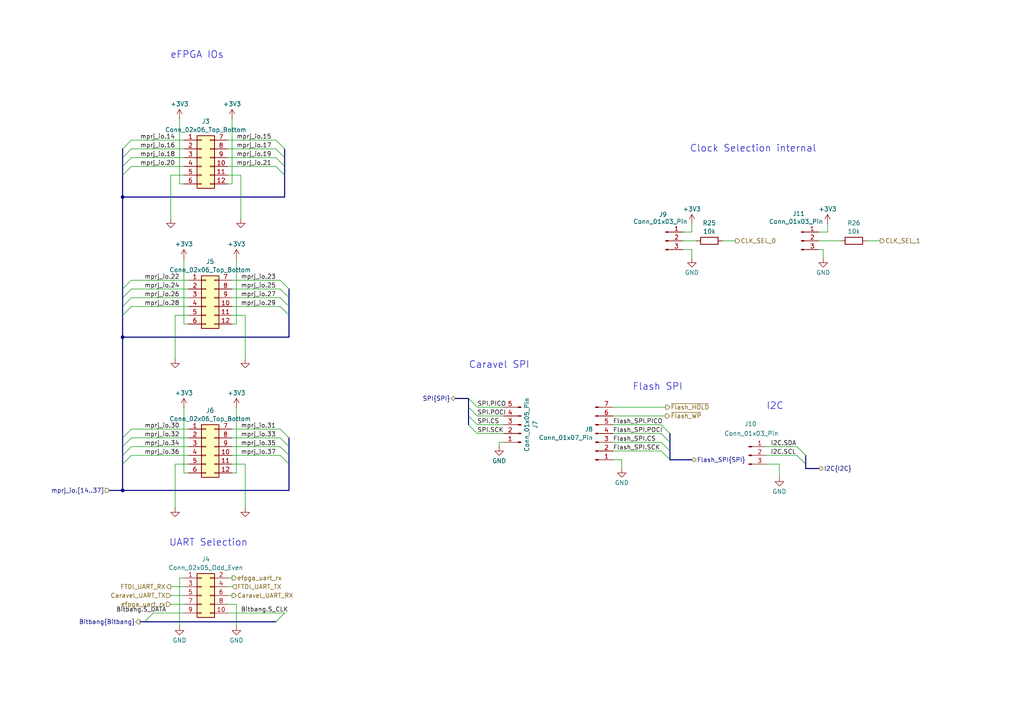
<source format=kicad_sch>
(kicad_sch (version 20231120) (generator "eeschema") (generator_version "8.0")
  (paper "A4")
  (title_block (title "Pin Headers") (date "2024-05-30") (rev "0.2.0"))
  (lib_symbols
    (symbol "Connector:Conn_01x03_Pin" (pin_names (offset 1.016) hide)
      (property "Reference" "J" (at 0 5.08 0))
      (property "Value" "Conn_01x03_Pin" (at 0 -5.08 0))
      (symbol "Conn_01x03_Pin_1_1"
        (polyline (pts (xy 1.27 -2.54) (xy 0.8636 -2.54)) (stroke (width 0.1524)))
        (polyline (pts (xy 1.27 0) (xy 0.8636 0)) (stroke (width 0.1524)))
        (polyline (pts (xy 1.27 2.54) (xy 0.8636 2.54)) (stroke (width 0.1524)))
        (rectangle (start 0.8636 -2.413) (end 0 -2.667) (stroke (width 0.1524)) (fill (type outline)))
        (rectangle (start 0.8636 0.127) (end 0 -0.127) (stroke (width 0.1524)) (fill (type outline)))
        (rectangle (start 0.8636 2.667) (end 0 2.413) (stroke (width 0.1524)) (fill (type outline)))
        (pin passive line (at 5.08 2.54 180) (length 3.81) (name "Pin_1") (number "1"))
        (pin passive line (at 5.08 0 180) (length 3.81) (name "Pin_2") (number "2"))
        (pin passive line (at 5.08 -2.54 180) (length 3.81) (name "Pin_3") (number "3"))
      )
    )
    (symbol "Connector:Conn_01x05_Pin" (pin_names (offset 1.016) hide)
      (property "Reference" "J" (at 0 7.62 0))
      (property "Value" "Conn_01x05_Pin" (at 0 -7.62 0))
      (symbol "Conn_01x05_Pin_1_1"
        (polyline (pts (xy 1.27 -5.08) (xy 0.8636 -5.08)) (stroke (width 0.1524)))
        (polyline (pts (xy 1.27 -2.54) (xy 0.8636 -2.54)) (stroke (width 0.1524)))
        (polyline (pts (xy 1.27 0) (xy 0.8636 0)) (stroke (width 0.1524)))
        (polyline (pts (xy 1.27 2.54) (xy 0.8636 2.54)) (stroke (width 0.1524)))
        (polyline (pts (xy 1.27 5.08) (xy 0.8636 5.08)) (stroke (width 0.1524)))
        (rectangle (start 0.8636 -4.953) (end 0 -5.207) (stroke (width 0.1524)) (fill (type outline)))
        (rectangle (start 0.8636 -2.413) (end 0 -2.667) (stroke (width 0.1524)) (fill (type outline)))
        (rectangle (start 0.8636 0.127) (end 0 -0.127) (stroke (width 0.1524)) (fill (type outline)))
        (rectangle (start 0.8636 2.667) (end 0 2.413) (stroke (width 0.1524)) (fill (type outline)))
        (rectangle (start 0.8636 5.207) (end 0 4.953) (stroke (width 0.1524)) (fill (type outline)))
        (pin passive line (at 5.08 5.08 180) (length 3.81) (name "Pin_1") (number "1"))
        (pin passive line (at 5.08 2.54 180) (length 3.81) (name "Pin_2") (number "2"))
        (pin passive line (at 5.08 0 180) (length 3.81) (name "Pin_3") (number "3"))
        (pin passive line (at 5.08 -2.54 180) (length 3.81) (name "Pin_4") (number "4"))
        (pin passive line (at 5.08 -5.08 180) (length 3.81) (name "Pin_5") (number "5"))
      )
    )
    (symbol "Connector:Conn_01x07_Pin" (pin_names (offset 1.016) hide)
      (property "Reference" "J" (at 0 10.16 0))
      (property "Value" "Conn_01x07_Pin" (at 0 -10.16 0))
      (symbol "Conn_01x07_Pin_1_1"
        (polyline (pts (xy 1.27 -7.62) (xy 0.8636 -7.62)) (stroke (width 0.1524)))
        (polyline (pts (xy 1.27 -5.08) (xy 0.8636 -5.08)) (stroke (width 0.1524)))
        (polyline (pts (xy 1.27 -2.54) (xy 0.8636 -2.54)) (stroke (width 0.1524)))
        (polyline (pts (xy 1.27 0) (xy 0.8636 0)) (stroke (width 0.1524)))
        (polyline (pts (xy 1.27 2.54) (xy 0.8636 2.54)) (stroke (width 0.1524)))
        (polyline (pts (xy 1.27 5.08) (xy 0.8636 5.08)) (stroke (width 0.1524)))
        (polyline (pts (xy 1.27 7.62) (xy 0.8636 7.62)) (stroke (width 0.1524)))
        (rectangle (start 0.8636 -7.493) (end 0 -7.747) (stroke (width 0.1524)) (fill (type outline)))
        (rectangle (start 0.8636 -4.953) (end 0 -5.207) (stroke (width 0.1524)) (fill (type outline)))
        (rectangle (start 0.8636 -2.413) (end 0 -2.667) (stroke (width 0.1524)) (fill (type outline)))
        (rectangle (start 0.8636 0.127) (end 0 -0.127) (stroke (width 0.1524)) (fill (type outline)))
        (rectangle (start 0.8636 2.667) (end 0 2.413) (stroke (width 0.1524)) (fill (type outline)))
        (rectangle (start 0.8636 5.207) (end 0 4.953) (stroke (width 0.1524)) (fill (type outline)))
        (rectangle (start 0.8636 7.747) (end 0 7.493) (stroke (width 0.1524)) (fill (type outline)))
        (pin passive line (at 5.08 7.62 180) (length 3.81) (name "Pin_1") (number "1"))
        (pin passive line (at 5.08 5.08 180) (length 3.81) (name "Pin_2") (number "2"))
        (pin passive line (at 5.08 2.54 180) (length 3.81) (name "Pin_3") (number "3"))
        (pin passive line (at 5.08 0 180) (length 3.81) (name "Pin_4") (number "4"))
        (pin passive line (at 5.08 -2.54 180) (length 3.81) (name "Pin_5") (number "5"))
        (pin passive line (at 5.08 -5.08 180) (length 3.81) (name "Pin_6") (number "6"))
        (pin passive line (at 5.08 -7.62 180) (length 3.81) (name "Pin_7") (number "7"))
      )
    )
    (symbol "Connector_Generic:Conn_02x05_Odd_Even" (pin_names (offset 1.016) hide)
      (property "Reference" "J" (at 1.27 7.62 0))
      (property "Value" "Conn_02x05_Odd_Even" (at 1.27 -7.62 0))
      (symbol "Conn_02x05_Odd_Even_1_1"
        (rectangle (start -1.27 -4.953) (end 0 -5.207) (stroke (width 0.1524)))
        (rectangle (start -1.27 -2.413) (end 0 -2.667) (stroke (width 0.1524)))
        (rectangle (start -1.27 0.127) (end 0 -0.127) (stroke (width 0.1524)))
        (rectangle (start -1.27 2.667) (end 0 2.413) (stroke (width 0.1524)))
        (rectangle (start -1.27 5.207) (end 0 4.953) (stroke (width 0.1524)))
        (rectangle (start -1.27 6.35) (end 3.81 -6.35) (stroke (width 0.254)) (fill (type background)))
        (rectangle (start 3.81 -4.953) (end 2.54 -5.207) (stroke (width 0.1524)))
        (rectangle (start 3.81 -2.413) (end 2.54 -2.667) (stroke (width 0.1524)))
        (rectangle (start 3.81 0.127) (end 2.54 -0.127) (stroke (width 0.1524)))
        (rectangle (start 3.81 2.667) (end 2.54 2.413) (stroke (width 0.1524)))
        (rectangle (start 3.81 5.207) (end 2.54 4.953) (stroke (width 0.1524)))
        (pin passive line (at -5.08 5.08 0) (length 3.81) (name "Pin_1") (number "1"))
        (pin passive line (at 7.62 -5.08 180) (length 3.81) (name "Pin_10") (number "10"))
        (pin passive line (at 7.62 5.08 180) (length 3.81) (name "Pin_2") (number "2"))
        (pin passive line (at -5.08 2.54 0) (length 3.81) (name "Pin_3") (number "3"))
        (pin passive line (at 7.62 2.54 180) (length 3.81) (name "Pin_4") (number "4"))
        (pin passive line (at -5.08 0 0) (length 3.81) (name "Pin_5") (number "5"))
        (pin passive line (at 7.62 0 180) (length 3.81) (name "Pin_6") (number "6"))
        (pin passive line (at -5.08 -2.54 0) (length 3.81) (name "Pin_7") (number "7"))
        (pin passive line (at 7.62 -2.54 180) (length 3.81) (name "Pin_8") (number "8"))
        (pin passive line (at -5.08 -5.08 0) (length 3.81) (name "Pin_9") (number "9"))
      )
    )
    (symbol "Connector_Generic:Conn_02x06_Top_Bottom" (pin_names (offset 1.016) hide)
      (property "Reference" "J" (at 1.27 7.62 0))
      (property "Value" "Conn_02x06_Top_Bottom" (at 1.27 -10.16 0))
      (symbol "Conn_02x06_Top_Bottom_1_1"
        (rectangle (start -1.27 -7.493) (end 0 -7.747) (stroke (width 0.1524)))
        (rectangle (start -1.27 -4.953) (end 0 -5.207) (stroke (width 0.1524)))
        (rectangle (start -1.27 -2.413) (end 0 -2.667) (stroke (width 0.1524)))
        (rectangle (start -1.27 0.127) (end 0 -0.127) (stroke (width 0.1524)))
        (rectangle (start -1.27 2.667) (end 0 2.413) (stroke (width 0.1524)))
        (rectangle (start -1.27 5.207) (end 0 4.953) (stroke (width 0.1524)))
        (rectangle (start -1.27 6.35) (end 3.81 -8.89) (stroke (width 0.254)) (fill (type background)))
        (rectangle (start 3.81 -7.493) (end 2.54 -7.747) (stroke (width 0.1524)))
        (rectangle (start 3.81 -4.953) (end 2.54 -5.207) (stroke (width 0.1524)))
        (rectangle (start 3.81 -2.413) (end 2.54 -2.667) (stroke (width 0.1524)))
        (rectangle (start 3.81 0.127) (end 2.54 -0.127) (stroke (width 0.1524)))
        (rectangle (start 3.81 2.667) (end 2.54 2.413) (stroke (width 0.1524)))
        (rectangle (start 3.81 5.207) (end 2.54 4.953) (stroke (width 0.1524)))
        (pin passive line (at -5.08 5.08 0) (length 3.81) (name "Pin_1") (number "1"))
        (pin passive line (at 7.62 -2.54 180) (length 3.81) (name "Pin_10") (number "10"))
        (pin passive line (at 7.62 -5.08 180) (length 3.81) (name "Pin_11") (number "11"))
        (pin passive line (at 7.62 -7.62 180) (length 3.81) (name "Pin_12") (number "12"))
        (pin passive line (at -5.08 2.54 0) (length 3.81) (name "Pin_2") (number "2"))
        (pin passive line (at -5.08 0 0) (length 3.81) (name "Pin_3") (number "3"))
        (pin passive line (at -5.08 -2.54 0) (length 3.81) (name "Pin_4") (number "4"))
        (pin passive line (at -5.08 -5.08 0) (length 3.81) (name "Pin_5") (number "5"))
        (pin passive line (at -5.08 -7.62 0) (length 3.81) (name "Pin_6") (number "6"))
        (pin passive line (at 7.62 5.08 180) (length 3.81) (name "Pin_7") (number "7"))
        (pin passive line (at 7.62 2.54 180) (length 3.81) (name "Pin_8") (number "8"))
        (pin passive line (at 7.62 0 180) (length 3.81) (name "Pin_9") (number "9"))
      )
    )
    (symbol "Device:R" (pin_numbers hide) (pin_names (offset 0))
      (property "Reference" "R" (at 2.032 0 90))
      (property "Value" "R" (at 0 0 90))
      (symbol "R_0_1"
        (rectangle (start -1.016 -2.54) (end 1.016 2.54) (stroke (width 0.254)))
      )
      (symbol "R_1_1"
        (pin passive line (at 0 3.81 270) (length 1.27) (name "~") (number "1"))
        (pin passive line (at 0 -3.81 90) (length 1.27) (name "~") (number "2"))
      )
    )
    (symbol "power:+3V3" (power) (pin_numbers hide) (pin_names (offset 0) hide)
      (property "Value" "+3V3" (at 0 3.556 0))
      (symbol "+3V3_0_1"
        (polyline (pts (xy -0.762 1.27) (xy 0 2.54)))
        (polyline (pts (xy 0 0) (xy 0 2.54)))
        (polyline (pts (xy 0 2.54) (xy 0.762 1.27)))
      )
      (symbol "+3V3_1_1"
        (pin power_in line (at 0 0 90) (length 0) (name "~") (number "1"))
      )
    )
    (symbol "power:GND" (power) (pin_numbers hide) (pin_names (offset 0) hide)
      (property "Value" "GND" (at 0 -3.81 0))
      (symbol "GND_0_1"
        (polyline (pts (xy 0 0) (xy 0 -1.27) (xy 1.27 -1.27) (xy 0 -2.54) (xy -1.27 -1.27) (xy 0 -1.27)))
      )
      (symbol "GND_1_1"
        (pin power_in line (at 0 0 270) (length 0) (name "~") (number "1"))
      )
    )
  )
  (junction (at 35.56 142.24))
  (junction (at 35.56 97.79))
  (junction (at 35.56 57.15))
  (bus_entry (at 38.1 43.18) (size -2.54 2.54))
  (bus_entry (at 35.56 129.54) (size 2.54 -2.54))
  (bus_entry (at 38.1 48.26) (size -2.54 2.54))
  (bus_entry (at 81.28 88.9) (size 2.54 2.54))
  (bus_entry (at 81.28 83.82) (size 2.54 2.54))
  (bus_entry (at 81.28 86.36) (size 2.54 2.54))
  (bus_entry (at 44.45 177.8) (size -2.54 2.54))
  (bus_entry (at 138.43 125.73) (size -2.54 -2.54))
  (bus_entry (at 82.55 177.8) (size -2.54 2.54))
  (bus_entry (at 81.28 129.54) (size 2.54 2.54))
  (bus_entry (at 35.56 127) (size 2.54 -2.54))
  (bus_entry (at 191.77 123.19) (size 2.54 2.54))
  (bus_entry (at 80.01 40.64) (size 2.54 2.54))
  (bus_entry (at 81.28 124.46) (size 2.54 2.54))
  (bus_entry (at 80.01 45.72) (size 2.54 2.54))
  (bus_entry (at 231.14 129.54) (size 2.54 2.54))
  (bus_entry (at 191.77 125.73) (size 2.54 2.54))
  (bus_entry (at 35.56 86.36) (size 2.54 -2.54))
  (bus_entry (at 35.56 83.82) (size 2.54 -2.54))
  (bus_entry (at 35.56 88.9) (size 2.54 -2.54))
  (bus_entry (at 231.14 132.08) (size 2.54 2.54))
  (bus_entry (at 81.28 132.08) (size 2.54 2.54))
  (bus_entry (at 191.77 128.27) (size 2.54 2.54))
  (bus_entry (at 35.56 43.18) (size 2.54 -2.54))
  (bus_entry (at 80.01 48.26) (size 2.54 2.54))
  (bus_entry (at 138.43 123.19) (size -2.54 -2.54))
  (bus_entry (at 81.28 81.28) (size 2.54 2.54))
  (bus_entry (at 35.56 132.08) (size 2.54 -2.54))
  (bus_entry (at 35.56 134.62) (size 2.54 -2.54))
  (bus_entry (at 81.28 127) (size 2.54 2.54))
  (bus_entry (at 191.77 130.81) (size 2.54 2.54))
  (bus_entry (at 138.43 118.11) (size -2.54 -2.54))
  (bus_entry (at 35.56 91.44) (size 2.54 -2.54))
  (bus_entry (at 80.01 43.18) (size 2.54 2.54))
  (bus_entry (at 138.43 120.65) (size -2.54 -2.54))
  (bus_entry (at 38.1 45.72) (size -2.54 2.54))
  (wire (pts (xy 222.25 132.08) (xy 231.14 132.08)))
  (wire (pts (xy 49.53 172.72) (xy 53.34 172.72)))
  (wire (pts (xy 67.31 53.34) (xy 66.04 53.34)))
  (wire (pts (xy 226.06 134.62) (xy 226.06 138.43)))
  (wire (pts (xy 52.07 167.64) (xy 53.34 167.64)))
  (wire (pts (xy 38.1 83.82) (xy 54.61 83.82)))
  (wire (pts (xy 38.1 48.26) (xy 53.34 48.26)))
  (wire (pts (xy 138.43 118.11) (xy 146.05 118.11)))
  (wire (pts (xy 240.03 64.77) (xy 240.03 67.31)))
  (wire (pts (xy 209.55 69.85) (xy 213.36 69.85)))
  (bus (pts (xy 35.56 134.62) (xy 35.56 142.24)))
  (wire (pts (xy 177.8 128.27) (xy 191.77 128.27)))
  (wire (pts (xy 251.46 69.85) (xy 255.27 69.85)))
  (bus (pts (xy 35.56 57.15) (xy 82.55 57.15)))
  (wire (pts (xy 66.04 50.8) (xy 69.85 50.8)))
  (wire (pts (xy 146.05 123.19) (xy 138.43 123.19)))
  (wire (pts (xy 177.8 120.65) (xy 193.04 120.65)))
  (wire (pts (xy 66.04 172.72) (xy 67.31 172.72)))
  (wire (pts (xy 67.31 129.54) (xy 81.28 129.54)))
  (bus (pts (xy 82.55 48.26) (xy 82.55 50.8)))
  (wire (pts (xy 66.04 177.8) (xy 82.55 177.8)))
  (bus (pts (xy 35.56 45.72) (xy 35.56 48.26)))
  (wire (pts (xy 66.04 45.72) (xy 80.01 45.72)))
  (wire (pts (xy 68.58 118.11) (xy 68.58 137.16)))
  (wire (pts (xy 53.34 137.16) (xy 54.61 137.16)))
  (wire (pts (xy 38.1 124.46) (xy 54.61 124.46)))
  (wire (pts (xy 67.31 134.62) (xy 71.12 134.62)))
  (wire (pts (xy 52.07 53.34) (xy 53.34 53.34)))
  (bus (pts (xy 35.56 129.54) (xy 35.56 132.08)))
  (bus (pts (xy 35.56 132.08) (xy 35.56 134.62)))
  (wire (pts (xy 144.78 128.27) (xy 146.05 128.27)))
  (bus (pts (xy 83.82 88.9) (xy 83.82 91.44)))
  (wire (pts (xy 198.12 72.39) (xy 200.66 72.39)))
  (bus (pts (xy 35.56 88.9) (xy 35.56 91.44)))
  (bus (pts (xy 135.89 120.65) (xy 135.89 118.11)))
  (wire (pts (xy 38.1 132.08) (xy 54.61 132.08)))
  (bus (pts (xy 233.68 135.89) (xy 237.49 135.89)))
  (bus (pts (xy 35.56 97.79) (xy 83.82 97.79)))
  (wire (pts (xy 177.8 130.81) (xy 191.77 130.81)))
  (wire (pts (xy 49.53 175.26) (xy 53.34 175.26)))
  (wire (pts (xy 67.31 34.29) (xy 67.31 53.34)))
  (wire (pts (xy 198.12 69.85) (xy 201.93 69.85)))
  (bus (pts (xy 83.82 132.08) (xy 83.82 134.62)))
  (bus (pts (xy 35.56 142.24) (xy 83.82 142.24)))
  (bus (pts (xy 194.31 125.73) (xy 194.31 128.27)))
  (bus (pts (xy 35.56 57.15) (xy 35.56 83.82)))
  (wire (pts (xy 238.76 72.39) (xy 238.76 74.93)))
  (wire (pts (xy 50.8 134.62) (xy 54.61 134.62)))
  (wire (pts (xy 71.12 91.44) (xy 71.12 104.14)))
  (wire (pts (xy 38.1 43.18) (xy 53.34 43.18)))
  (wire (pts (xy 44.45 177.8) (xy 53.34 177.8)))
  (wire (pts (xy 177.8 118.11) (xy 193.04 118.11)))
  (wire (pts (xy 49.53 50.8) (xy 53.34 50.8)))
  (wire (pts (xy 177.8 133.35) (xy 180.34 133.35)))
  (bus (pts (xy 31.75 142.24) (xy 35.56 142.24)))
  (bus (pts (xy 233.68 132.08) (xy 233.68 134.62)))
  (wire (pts (xy 50.8 91.44) (xy 54.61 91.44)))
  (wire (pts (xy 38.1 81.28) (xy 54.61 81.28)))
  (wire (pts (xy 38.1 127) (xy 54.61 127)))
  (wire (pts (xy 52.07 34.29) (xy 52.07 53.34)))
  (wire (pts (xy 222.25 129.54) (xy 231.14 129.54)))
  (wire (pts (xy 177.8 125.73) (xy 191.77 125.73)))
  (wire (pts (xy 67.31 91.44) (xy 71.12 91.44)))
  (wire (pts (xy 200.66 64.77) (xy 200.66 67.31)))
  (bus (pts (xy 40.64 180.34) (xy 41.91 180.34)))
  (wire (pts (xy 68.58 93.98) (xy 67.31 93.98)))
  (wire (pts (xy 68.58 137.16) (xy 67.31 137.16)))
  (wire (pts (xy 67.31 83.82) (xy 81.28 83.82)))
  (wire (pts (xy 144.78 128.27) (xy 144.78 129.54)))
  (wire (pts (xy 177.8 123.19) (xy 191.77 123.19)))
  (wire (pts (xy 53.34 74.93) (xy 53.34 93.98)))
  (bus (pts (xy 83.82 83.82) (xy 83.82 86.36)))
  (bus (pts (xy 82.55 50.8) (xy 82.55 57.15)))
  (bus (pts (xy 35.56 43.18) (xy 35.56 45.72)))
  (wire (pts (xy 66.04 175.26) (xy 68.58 175.26)))
  (wire (pts (xy 71.12 134.62) (xy 71.12 147.32)))
  (wire (pts (xy 66.04 43.18) (xy 80.01 43.18)))
  (wire (pts (xy 67.31 124.46) (xy 81.28 124.46)))
  (wire (pts (xy 146.05 120.65) (xy 138.43 120.65)))
  (wire (pts (xy 198.12 67.31) (xy 200.66 67.31)))
  (bus (pts (xy 82.55 45.72) (xy 82.55 48.26)))
  (bus (pts (xy 35.56 83.82) (xy 35.56 86.36)))
  (wire (pts (xy 237.49 67.31) (xy 240.03 67.31)))
  (bus (pts (xy 83.82 127) (xy 83.82 129.54)))
  (wire (pts (xy 237.49 72.39) (xy 238.76 72.39)))
  (bus (pts (xy 83.82 91.44) (xy 83.82 97.79)))
  (bus (pts (xy 135.89 115.57) (xy 135.89 118.11)))
  (bus (pts (xy 35.56 50.8) (xy 35.56 57.15)))
  (bus (pts (xy 194.31 130.81) (xy 194.31 133.35)))
  (wire (pts (xy 38.1 86.36) (xy 54.61 86.36)))
  (bus (pts (xy 194.31 128.27) (xy 194.31 130.81)))
  (wire (pts (xy 38.1 45.72) (xy 53.34 45.72)))
  (wire (pts (xy 66.04 48.26) (xy 80.01 48.26)))
  (bus (pts (xy 82.55 43.18) (xy 82.55 45.72)))
  (bus (pts (xy 83.82 134.62) (xy 83.82 142.24)))
  (wire (pts (xy 66.04 170.18) (xy 67.31 170.18)))
  (wire (pts (xy 38.1 88.9) (xy 54.61 88.9)))
  (wire (pts (xy 38.1 129.54) (xy 54.61 129.54)))
  (wire (pts (xy 38.1 40.64) (xy 53.34 40.64)))
  (wire (pts (xy 68.58 175.26) (xy 68.58 181.61)))
  (bus (pts (xy 135.89 123.19) (xy 135.89 120.65)))
  (wire (pts (xy 53.34 118.11) (xy 53.34 137.16)))
  (wire (pts (xy 53.34 93.98) (xy 54.61 93.98)))
  (wire (pts (xy 222.25 134.62) (xy 226.06 134.62)))
  (wire (pts (xy 67.31 88.9) (xy 81.28 88.9)))
  (bus (pts (xy 35.56 127) (xy 35.56 129.54)))
  (wire (pts (xy 180.34 133.35) (xy 180.34 135.89)))
  (wire (pts (xy 50.8 91.44) (xy 50.8 104.14)))
  (bus (pts (xy 233.68 134.62) (xy 233.68 135.89)))
  (wire (pts (xy 52.07 181.61) (xy 52.07 167.64)))
  (bus (pts (xy 35.56 91.44) (xy 35.56 97.79)))
  (bus (pts (xy 35.56 48.26) (xy 35.56 50.8)))
  (wire (pts (xy 67.31 132.08) (xy 81.28 132.08)))
  (bus (pts (xy 83.82 129.54) (xy 83.82 132.08)))
  (wire (pts (xy 237.49 69.85) (xy 243.84 69.85)))
  (wire (pts (xy 67.31 127) (xy 81.28 127)))
  (bus (pts (xy 132.08 115.57) (xy 135.89 115.57)))
  (bus (pts (xy 83.82 86.36) (xy 83.82 88.9)))
  (wire (pts (xy 67.31 86.36) (xy 81.28 86.36)))
  (bus (pts (xy 35.56 97.79) (xy 35.56 127)))
  (wire (pts (xy 49.53 50.8) (xy 49.53 63.5)))
  (wire (pts (xy 66.04 40.64) (xy 80.01 40.64)))
  (bus (pts (xy 35.56 86.36) (xy 35.56 88.9)))
  (wire (pts (xy 146.05 125.73) (xy 138.43 125.73)))
  (wire (pts (xy 68.58 74.93) (xy 68.58 93.98)))
  (wire (pts (xy 67.31 81.28) (xy 81.28 81.28)))
  (wire (pts (xy 200.66 72.39) (xy 200.66 74.93)))
  (wire (pts (xy 50.8 134.62) (xy 50.8 147.32)))
  (bus (pts (xy 200.66 133.35) (xy 194.31 133.35)))
  (wire (pts (xy 66.04 167.64) (xy 67.31 167.64)))
  (wire (pts (xy 69.85 50.8) (xy 69.85 63.5)))
  (wire (pts (xy 49.53 170.18) (xy 53.34 170.18)))
  (bus (pts (xy 41.91 180.34) (xy 80.01 180.34)))
  (text "I2C" (at 224.79 117.856 0) (effects (font (size 2 2))))
  (text "Caravel SPI" (at 144.78 105.918 0) (effects (font (size 2 2))))
  (text "Flash SPI" (at 190.754 112.268 0) (effects (font (size 2 2))))
  (text "Clock Selection internal" (at 218.44 43.18 0) (effects (font (size 2 2))))
  (text "UART Selection" (at 60.452 157.48 0) (effects (font (size 2 2))))
  (text "eFPGA IOs" (at 57.15 16.002 0) (effects (font (size 2 2))))
  (label "mprj_io.24" (at 52.07 83.82 180))
  (label "mprj_io.30" (at 52.07 124.46 180))
  (label "mprj_io.16" (at 50.8 43.18 180))
  (label "SPI.SCK" (at 138.43 125.73 0))
  (label "mprj_io.21" (at 68.58 48.26 0))
  (label "mprj_io.26" (at 52.07 86.36 180))
  (label "mprj_io.19" (at 68.58 45.72 0))
  (label "mprj_io.20" (at 50.8 48.26 180))
  (label "mprj_io.23" (at 69.85 81.28 0))
  (label "SPI.CS" (at 138.43 123.19 0))
  (label "Flash_SPI.SCK" (at 177.8 130.81 0))
  (label "mprj_io.31" (at 69.85 124.46 0))
  (label "mprj_io.32" (at 52.07 127 180))
  (label "I2C.SCL" (at 223.52 132.08 0))
  (label "mprj_io.33" (at 69.85 127 0))
  (label "mprj_io.37" (at 69.85 132.08 0))
  (label "mprj_io.22" (at 52.07 81.28 180))
  (label "mprj_io.28" (at 52.07 88.9 180))
  (label "mprj_io.25" (at 69.85 83.82 0))
  (label "SPI.PICO" (at 138.43 118.11 0))
  (label "Bitbang.S_CLK" (at 69.85 177.8 0))
  (label "SPI.POCI" (at 138.43 120.65 0))
  (label "mprj_io.36" (at 52.07 132.08 180))
  (label "Flash_SPI.POCI" (at 177.8 125.73 0))
  (label "Flash_SPI.PICO" (at 177.8 123.19 0))
  (label "mprj_io.14" (at 50.8 40.64 180))
  (label "mprj_io.17" (at 68.58 43.18 0))
  (label "Bitbang.S_DATA" (at 48.26 177.8 180))
  (label "Flash_SPI.CS" (at 177.8 128.27 0))
  (label "mprj_io.29" (at 69.85 88.9 0))
  (label "mprj_io.35" (at 69.85 129.54 0))
  (label "mprj_io.18" (at 50.8 45.72 180))
  (label "mprj_io.27" (at 69.85 86.36 0))
  (label "mprj_io.34" (at 52.07 129.54 180))
  (label "I2C.SDA" (at 223.52 129.54 0))
  (label "mprj_io.15" (at 68.58 40.64 0))
  (hierarchical_label "efpga_uart_rx" (shape output) (at 67.31 167.64 0))
  (hierarchical_label "~{Flash_HOLD}" (shape output) (at 193.04 118.11 0))
  (hierarchical_label "SPI{SPI}" (shape bidirectional) (at 132.08 115.57 180))
  (hierarchical_label "CLK_SEL_1" (shape output) (at 255.27 69.85 0))
  (hierarchical_label "Caravel_UART_RX" (shape output) (at 67.31 172.72 0))
  (hierarchical_label "~{Flash_WP}" (shape output) (at 193.04 120.65 0))
  (hierarchical_label "efpga_uart_rx" (shape input) (at 49.53 175.26 180))
  (hierarchical_label "Bitbang{Bitbang}" (shape output) (at 40.64 180.34 180))
  (hierarchical_label "Flash_SPI{SPI}" (shape bidirectional) (at 200.66 133.35 0))
  (hierarchical_label "mprj_io.[14..37]" (shape input) (at 31.75 142.24 180))
  (hierarchical_label "FTDI_UART_RX" (shape output) (at 49.53 170.18 180))
  (hierarchical_label "I2C{I2C}" (shape bidirectional) (at 237.49 135.89 0))
  (hierarchical_label "Caravel_UART_TX" (shape input) (at 49.53 172.72 180))
  (hierarchical_label "CLK_SEL_0" (shape output) (at 213.36 69.85 0))
  (hierarchical_label "FTDI_UART_TX" (shape input) (at 67.31 170.18 0))
  (symbol (lib_id "Connector:Conn_01x03_Pin") (at 217.17 132.08 0) (unit 1)
    (property "Reference" "J10" (at 217.678 122.936 0))
    (property "Value" "Conn_01x03_Pin" (at 217.932 125.73 0))
    (property "Footprint" "Connector_PinHeader_2.54mm:PinHeader_1x03_P2.54mm_Vertical" (effects (hide yes)))
    (property "Description" "Generic connector, single row, 01x03, script generated" (effects (hide yes)))
  )
  (symbol (lib_id "power:GND") (at 71.12 147.32 0) (mirror y) (unit 1)
    (property "Reference" "#PWR94" (effects (hide yes)))
    (property "Value" "GND" (effects (hide yes)))
    (property "Description" "Power symbol creates a global label with name \"GND\" , ground" (effects (hide yes)))
  )
  (symbol (lib_id "Device:R") (at 247.65 69.85 90) (unit 1)
    (property "Reference" "R26" (at 247.65 64.6895 90))
    (property "Value" "10k" (at 247.65 67.1138 90))
    (property "Footprint" "Resistor_SMD:R_0805_2012Metric" (effects (hide yes)))
    (property "Description" "Resistor" (effects (hide yes)))
  )
  (symbol (lib_id "Connector_Generic:Conn_02x06_Top_Bottom") (at 59.69 86.36 0) (unit 1)
    (property "Reference" "J5" (at 60.96 75.8655 0))
    (property "Value" "Conn_02x06_Top_Bottom" (at 60.96 78.2898 0))
    (property "Footprint" "Customized:PinSocket_2x06_P2.54mm_Horizontal" (effects (hide yes)))
    (property "Description" "Generic connector, double row, 02x06, top/bottom pin numbering scheme (row 1: 1...pins_per_row, row2: pins_per_row+1 ... num_pins), script generated (kicad-library-utils/schlib/autogen/connector/)" (effects (hide yes)))
  )
  (symbol (lib_id "power:GND") (at 71.12 104.14 0) (mirror y) (unit 1)
    (property "Reference" "#PWR93" (effects (hide yes)))
    (property "Value" "GND" (effects (hide yes)))
    (property "Description" "Power symbol creates a global label with name \"GND\" , ground" (effects (hide yes)))
  )
  (symbol (lib_id "power:+3V3") (at 53.34 118.11 0) (unit 1)
    (property "Reference" "#PWR87" (effects (hide yes)))
    (property "Value" "+3V3" (at 53.34 113.9769 0))
    (property "Description" "Power symbol creates a global label with name \"+3V3\"" (effects (hide yes)))
  )
  (symbol (lib_id "power:GND") (at 49.53 63.5 0) (mirror y) (unit 1)
    (property "Reference" "#PWR81" (effects (hide yes)))
    (property "Value" "GND" (effects (hide yes)))
    (property "Description" "Power symbol creates a global label with name \"GND\" , ground" (effects (hide yes)))
  )
  (symbol (lib_id "Connector:Conn_01x03_Pin") (at 193.04 69.85 0) (unit 1)
    (property "Reference" "J9" (at 192.278 62.23 0))
    (property "Value" "Conn_01x03_Pin" (at 191.516 64.262 0))
    (property "Footprint" "Connector_PinHeader_2.54mm:PinHeader_1x03_P2.54mm_Vertical" (effects (hide yes)))
    (property "Description" "Generic connector, single row, 01x03, script generated" (effects (hide yes)))
  )
  (symbol (lib_id "power:GND") (at 50.8 104.14 0) (mirror y) (unit 1)
    (property "Reference" "#PWR82" (effects (hide yes)))
    (property "Value" "GND" (effects (hide yes)))
    (property "Description" "Power symbol creates a global label with name \"GND\" , ground" (effects (hide yes)))
  )
  (symbol (lib_id "power:+3V3") (at 67.31 34.29 0) (unit 1)
    (property "Reference" "#PWR88" (effects (hide yes)))
    (property "Value" "+3V3" (at 67.31 30.1569 0))
    (property "Description" "Power symbol creates a global label with name \"+3V3\"" (effects (hide yes)))
  )
  (symbol (lib_id "Connector:Conn_01x05_Pin") (at 151.13 123.19 180) (unit 1)
    (property "Reference" "J7" (at 155.2237 123.19 90))
    (property "Value" "Conn_01x05_Pin" (at 152.7994 123.19 90))
    (property "Footprint" "Connector_PinHeader_2.54mm:PinHeader_1x05_P2.54mm_Vertical" (effects (hide yes)))
    (property "Description" "Generic connector, single row, 01x05, script generated" (effects (hide yes)))
  )
  (symbol (lib_id "power:GND") (at 226.06 138.43 0) (unit 1)
    (property "Reference" "#PWR99" (effects (hide yes)))
    (property "Value" "GND" (at 226.06 142.5631 0))
    (property "Description" "Power symbol creates a global label with name \"GND\" , ground" (effects (hide yes)))
  )
  (symbol (lib_id "power:GND") (at 180.34 135.89 0) (unit 1)
    (property "Reference" "#PWR96" (effects (hide yes)))
    (property "Value" "GND" (at 180.34 140.0231 0))
    (property "Description" "Power symbol creates a global label with name \"GND\" , ground" (effects (hide yes)))
  )
  (symbol (lib_id "Connector_Generic:Conn_02x06_Top_Bottom") (at 58.42 45.72 0) (unit 1)
    (property "Reference" "J3" (at 59.69 35.2255 0))
    (property "Value" "Conn_02x06_Top_Bottom" (at 59.69 37.6498 0))
    (property "Footprint" "Customized:PinSocket_2x06_P2.54mm_Horizontal" (effects (hide yes)))
    (property "Description" "Generic connector, double row, 02x06, top/bottom pin numbering scheme (row 1: 1...pins_per_row, row2: pins_per_row+1 ... num_pins), script generated (kicad-library-utils/schlib/autogen/connector/)" (effects (hide yes)))
  )
  (symbol (lib_id "power:+3V3") (at 52.07 34.29 0) (unit 1)
    (property "Reference" "#PWR84" (effects (hide yes)))
    (property "Value" "+3V3" (at 52.07 30.1569 0))
    (property "Description" "Power symbol creates a global label with name \"+3V3\"" (effects (hide yes)))
  )
  (symbol (lib_id "power:GND") (at 68.58 181.61 0) (unit 1)
    (property "Reference" "#PWR91" (effects (hide yes)))
    (property "Value" "GND" (at 68.58 185.7431 0))
    (property "Description" "Power symbol creates a global label with name \"GND\" , ground" (effects (hide yes)))
  )
  (symbol (lib_id "Device:R") (at 205.74 69.85 90) (unit 1)
    (property "Reference" "R25" (at 205.74 64.6895 90))
    (property "Value" "10k" (at 205.74 67.1138 90))
    (property "Footprint" "Resistor_SMD:R_0805_2012Metric" (effects (hide yes)))
    (property "Description" "Resistor" (effects (hide yes)))
  )
  (symbol (lib_id "power:GND") (at 200.66 74.93 0) (unit 1)
    (property "Reference" "#PWR98" (effects (hide yes)))
    (property "Value" "GND" (at 200.66 79.0631 0))
    (property "Description" "Power symbol creates a global label with name \"GND\" , ground" (effects (hide yes)))
  )
  (symbol (lib_id "power:GND") (at 69.85 63.5 0) (mirror y) (unit 1)
    (property "Reference" "#PWR92" (effects (hide yes)))
    (property "Value" "GND" (effects (hide yes)))
    (property "Description" "Power symbol creates a global label with name \"GND\" , ground" (effects (hide yes)))
  )
  (symbol (lib_id "power:GND") (at 52.07 181.61 0) (mirror y) (unit 1)
    (property "Reference" "#PWR85" (effects (hide yes)))
    (property "Value" "GND" (at 52.07 185.7431 0))
    (property "Description" "Power symbol creates a global label with name \"GND\" , ground" (effects (hide yes)))
  )
  (symbol (lib_id "Connector_Generic:Conn_02x06_Top_Bottom") (at 59.69 129.54 0) (unit 1)
    (property "Reference" "J6" (at 60.96 119.0455 0))
    (property "Value" "Conn_02x06_Top_Bottom" (at 60.96 121.4698 0))
    (property "Footprint" "Customized:PinSocket_2x06_P2.54mm_Horizontal" (effects (hide yes)))
    (property "Description" "Generic connector, double row, 02x06, top/bottom pin numbering scheme (row 1: 1...pins_per_row, row2: pins_per_row+1 ... num_pins), script generated (kicad-library-utils/schlib/autogen/connector/)" (effects (hide yes)))
  )
  (symbol (lib_id "power:GND") (at 144.78 129.54 0) (unit 1)
    (property "Reference" "#PWR95" (effects (hide yes)))
    (property "Value" "GND" (at 144.78 133.6731 0))
    (property "Description" "Power symbol creates a global label with name \"GND\" , ground" (effects (hide yes)))
  )
  (symbol (lib_id "power:+3V3") (at 53.34 74.93 0) (unit 1)
    (property "Reference" "#PWR86" (effects (hide yes)))
    (property "Value" "+3V3" (at 53.34 70.7969 0))
    (property "Description" "Power symbol creates a global label with name \"+3V3\"" (effects (hide yes)))
  )
  (symbol (lib_id "power:GND") (at 238.76 74.93 0) (unit 1)
    (property "Reference" "#PWR100" (effects (hide yes)))
    (property "Value" "GND" (at 238.76 79.0631 0))
    (property "Description" "Power symbol creates a global label with name \"GND\" , ground" (effects (hide yes)))
  )
  (symbol (lib_id "power:+3V3") (at 68.58 118.11 0) (unit 1)
    (property "Reference" "#PWR90" (effects (hide yes)))
    (property "Value" "+3V3" (at 68.58 113.9769 0))
    (property "Description" "Power symbol creates a global label with name \"+3V3\"" (effects (hide yes)))
  )
  (symbol (lib_id "power:+3V3") (at 200.66 64.77 0) (unit 1)
    (property "Reference" "#PWR97" (effects (hide yes)))
    (property "Value" "+3V3" (at 200.66 60.6369 0))
    (property "Description" "Power symbol creates a global label with name \"+3V3\"" (effects (hide yes)))
  )
  (symbol (lib_id "Connector_Generic:Conn_02x05_Odd_Even") (at 58.42 172.72 0) (unit 1)
    (property "Reference" "J4" (at 59.69 162.2255 0))
    (property "Value" "Conn_02x05_Odd_Even" (at 59.69 164.6498 0))
    (property "Footprint" "Connector_PinHeader_2.54mm:PinHeader_2x05_P2.54mm_Vertical" (effects (hide yes)))
    (property "Description" "Generic connector, double row, 02x05, odd/even pin numbering scheme (row 1 odd numbers, row 2 even numbers), script generated (kicad-library-utils/schlib/autogen/connector/)" (effects (hide yes)))
  )
  (symbol (lib_id "Connector:Conn_01x07_Pin") (at 172.72 125.73 0) (mirror x) (unit 1)
    (property "Reference" "J8" (at 172.0089 124.5178 0) (effects (justify right)))
    (property "Value" "Conn_01x07_Pin" (at 172.0089 126.9421 0) (effects (justify right)))
    (property "Footprint" "Connector_PinHeader_2.54mm:PinHeader_1x07_P2.54mm_Vertical" (effects (hide yes)))
    (property "Description" "Generic connector, single row, 01x07, script generated" (effects (hide yes)))
  )
  (symbol (lib_id "power:+3V3") (at 68.58 74.93 0) (unit 1)
    (property "Reference" "#PWR89" (effects (hide yes)))
    (property "Value" "+3V3" (at 68.58 70.7969 0))
    (property "Description" "Power symbol creates a global label with name \"+3V3\"" (effects (hide yes)))
  )
  (symbol (lib_id "Connector:Conn_01x03_Pin") (at 232.41 69.85 0) (unit 1)
    (property "Reference" "J11" (at 231.648 61.976 0))
    (property "Value" "Conn_01x03_Pin" (at 230.886 64.262 0))
    (property "Footprint" "Connector_PinHeader_2.54mm:PinHeader_1x03_P2.54mm_Vertical" (effects (hide yes)))
    (property "Description" "Generic connector, single row, 01x03, script generated" (effects (hide yes)))
  )
  (symbol (lib_id "power:+3V3") (at 240.03 64.77 0) (unit 1)
    (property "Reference" "#PWR101" (effects (hide yes)))
    (property "Value" "+3V3" (at 240.03 60.6369 0))
    (property "Description" "Power symbol creates a global label with name \"+3V3\"" (effects (hide yes)))
  )
  (symbol (lib_id "power:GND") (at 50.8 147.32 0) (mirror y) (unit 1)
    (property "Reference" "#PWR83" (effects (hide yes)))
    (property "Value" "GND" (effects (hide yes)))
    (property "Description" "Power symbol creates a global label with name \"GND\" , ground" (effects (hide yes)))
  )
)
</source>
